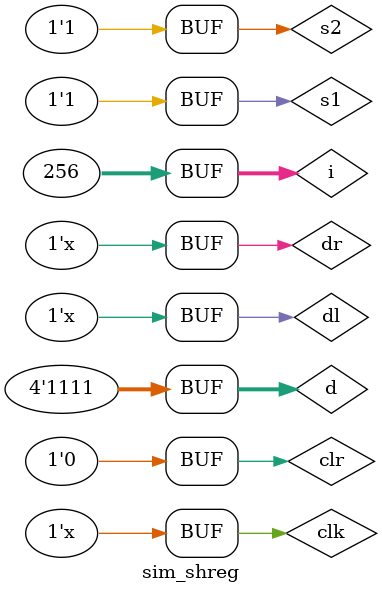
<source format=v>
module sim_shreg;
    reg s1,s2,dl,dr,clk,clr;
    reg [3:0] d;
    wire [3:0] q;
    integer i;
    shift_register sr(s2,s1,d,dl,dr,q,clk,clr);
    initial begin
        d<=4'b0110;s1<=0;s2<=0;dl<=0;dr<=0;clk<=0;clr<=0;
        #8 clr=1;
        #8 s1=1;
        #8 s2=1;
        #8 s1=0;clr=0;
    end
    always begin
        #8 s1<=0;s2<=0;
        #8 s2<=1;
        #8 s1<=1;s2<=0;
        #8 s1<=1;s2<=1;
    end
    always #5 clk=~clk;
    always #15 dl=~dl;
    always #10 dr=~dr;
    always begin
        for(i=0;i<256;i=i+1)#20 d=i;
    end
endmodule

</source>
